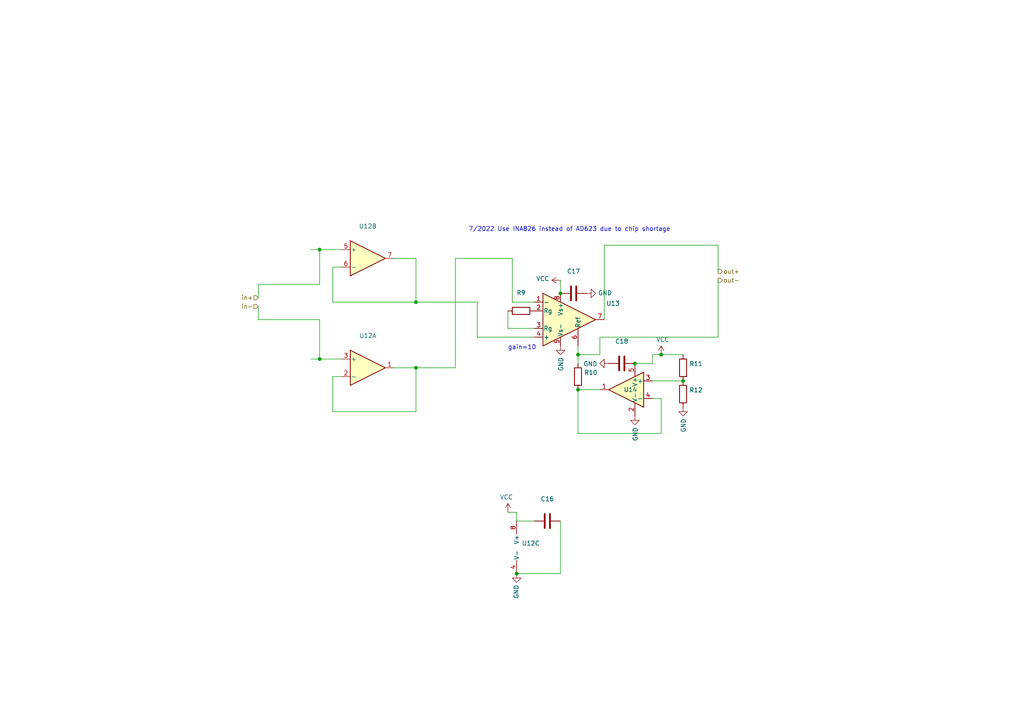
<source format=kicad_sch>
(kicad_sch (version 20211123) (generator eeschema)
  (paper "A4")
  (lib_symbols
    (symbol "0JLC-6:10" (pin_numbers hide) (pin_names (offset 0))
      (property "Reference" "R" (at 2.032 0 90))
      (property "Value" "10" (at 0 0 90))
      (symbol "10_0_1"
        (rectangle (start -1.016 -2.54) (end 1.016 2.54) (stroke (width 0.254)))
      )
      (symbol "10_1_1"
        (pin passive line (at 0 3.81 270) (length 1.27) (name "~") (number "1"))
        (pin passive line (at 0 -3.81 90) (length 1.27) (name "~") (number "2"))
      )
    )
    (symbol "0JLC-6:100" (pin_numbers hide) (pin_names (offset 0))
      (property "Reference" "R" (at 2.032 0 90))
      (property "Value" "100" (at 0 0 90))
      (symbol "100_0_1"
        (rectangle (start -1.016 -2.54) (end 1.016 2.54) (stroke (width 0.254)))
      )
      (symbol "100_1_1"
        (pin passive line (at 0 3.81 270) (length 1.27) (name "~") (number "1"))
        (pin passive line (at 0 -3.81 90) (length 1.27) (name "~") (number "2"))
      )
    )
    (symbol "0JLC-6:100nF" (pin_numbers hide) (pin_names (offset 0.254))
      (property "Reference" "C" (at 0.635 2.54 0))
      (property "Value" "100nF" (at 0.635 -2.54 0))
      (symbol "100nF_0_1"
        (polyline (pts (xy -2.032 -0.762) (xy 2.032 -0.762)) (stroke (width 0.508)))
        (polyline (pts (xy -2.032 0.762) (xy 2.032 0.762)) (stroke (width 0.508)))
      )
      (symbol "100nF_1_1"
        (pin passive line (at 0 3.81 270) (length 2.794) (name "~") (number "1"))
        (pin passive line (at 0 -3.81 90) (length 2.794) (name "~") (number "2"))
      )
    )
    (symbol "0JLC-6:10K" (pin_numbers hide) (pin_names (offset 0))
      (property "Reference" "R" (at 2.032 0 90))
      (property "Value" "10K" (at 0 0 90))
      (symbol "10K_0_1"
        (rectangle (start -1.016 -2.54) (end 1.016 2.54) (stroke (width 0.254)))
      )
      (symbol "10K_1_1"
        (pin passive line (at 0 3.81 270) (length 1.27) (name "~") (number "1"))
        (pin passive line (at 0 -3.81 90) (length 1.27) (name "~") (number "2"))
      )
    )
    (symbol "0lbl_amp:INA826" (pin_names (offset 0.127))
      (property "Reference" "U" (at 3.81 7.62 0))
      (property "Value" "INA826" (at 3.81 5.08 0))
      (symbol "INA826_0_1"
        (polyline (pts (xy -7.62 7.62) (xy -7.62 -7.62) (xy 7.62 0) (xy -7.62 7.62)) (stroke (width 0.254)) (fill (type background)))
      )
      (symbol "INA826_1_1"
        (pin input line (at -10.16 5.08 0) (length 2.54) (name "-") (number "1"))
        (pin passive line (at -10.16 2.54 0) (length 2.54) (name "Rg") (number "2"))
        (pin passive line (at -10.16 -2.54 0) (length 2.54) (name "Rg") (number "3"))
        (pin input line (at -10.16 -5.08 0) (length 2.54) (name "+") (number "4"))
        (pin power_in line (at -2.54 -7.62 90) (length 2.54) (name "Vs-") (number "5"))
        (pin passive line (at 2.54 -7.62 90) (length 5.08) (name "Ref") (number "6"))
        (pin output line (at 10.16 0 180) (length 2.54) (name "~") (number "7"))
        (pin power_in line (at -2.54 7.62 270) (length 2.54) (name "Vs+") (number "8"))
      )
    )
    (symbol "Amplifier_Operational:OPA2376xxDGK" (pin_names (offset 0.127))
      (property "Reference" "U" (at 0 5.08 0))
      (property "Value" "OPA2376xxDGK" (at 0 -5.08 0))
      (symbol "OPA2376xxDGK_1_1"
        (polyline (pts (xy -5.08 5.08) (xy 5.08 0) (xy -5.08 -5.08) (xy -5.08 5.08)) (stroke (width 0.254)) (fill (type background)))
        (pin output line (at 7.62 0 180) (length 2.54) (name "~") (number "1"))
        (pin input line (at -7.62 -2.54 0) (length 2.54) (name "-") (number "2"))
        (pin input line (at -7.62 2.54 0) (length 2.54) (name "+") (number "3"))
      )
      (symbol "OPA2376xxDGK_2_1"
        (polyline (pts (xy -5.08 5.08) (xy 5.08 0) (xy -5.08 -5.08) (xy -5.08 5.08)) (stroke (width 0.254)) (fill (type background)))
        (pin input line (at -7.62 2.54 0) (length 2.54) (name "+") (number "5"))
        (pin input line (at -7.62 -2.54 0) (length 2.54) (name "-") (number "6"))
        (pin output line (at 7.62 0 180) (length 2.54) (name "~") (number "7"))
      )
      (symbol "OPA2376xxDGK_3_1"
        (pin power_in line (at -2.54 -7.62 90) (length 3.81) (name "V-") (number "4"))
        (pin power_in line (at -2.54 7.62 270) (length 3.81) (name "V+") (number "8"))
      )
    )
    (symbol "Amplifier_Operational:OPA333xxDBV" (pin_names (offset 0.127))
      (property "Reference" "U" (at -1.27 6.35 0))
      (property "Value" "OPA333xxDBV" (at -1.27 3.81 0))
      (symbol "OPA333xxDBV_0_1"
        (polyline (pts (xy -5.08 5.08) (xy 5.08 0) (xy -5.08 -5.08) (xy -5.08 5.08)) (stroke (width 0.254)) (fill (type background)))
        (pin power_in line (at -2.54 -7.62 90) (length 3.81) (name "V-") (number "2"))
        (pin power_in line (at -2.54 7.62 270) (length 3.81) (name "V+") (number "5"))
      )
      (symbol "OPA333xxDBV_1_1"
        (pin output line (at 7.62 0 180) (length 2.54) (name "~") (number "1"))
        (pin input line (at -7.62 2.54 0) (length 2.54) (name "+") (number "3"))
        (pin input line (at -7.62 -2.54 0) (length 2.54) (name "-") (number "4"))
      )
    )
    (symbol "power:GND" (power) (pin_names (offset 0))
      (property "Value" "GND" (at 0 -3.81 0))
      (symbol "GND_0_1"
        (polyline (pts (xy 0 0) (xy 0 -1.27) (xy 1.27 -1.27) (xy 0 -2.54) (xy -1.27 -1.27) (xy 0 -1.27)))
      )
      (symbol "GND_1_1"
        (pin power_in line (at 0 0 270) (length 0) hide (name "GND") (number "1"))
      )
    )
    (symbol "power:VCC" (power) (pin_names (offset 0))
      (property "Value" "VCC" (at 0 3.81 0))
      (symbol "VCC_0_1"
        (polyline (pts (xy -0.762 1.27) (xy 0 2.54)))
        (polyline (pts (xy 0 0) (xy 0 2.54)))
        (polyline (pts (xy 0 2.54) (xy 0.762 1.27)))
      )
      (symbol "VCC_1_1"
        (pin power_in line (at 0 0 90) (length 0) hide (name "VCC") (number "1"))
      )
    )
  )
  (junction (at 198.12 110.49))
  (junction (at 167.64 102.87))
  (junction (at 191.77 102.87))
  (junction (at 162.56 85.09))
  (junction (at 167.64 113.03))
  (junction (at 149.86 166.37))
  (junction (at 184.15 105.41))
  (junction (at 92.71 104.14))
  (junction (at 92.71 72.39))
  (junction (at 120.65 106.68))
  (junction (at 120.65 87.63))
  (wire (pts (xy 74.93 82.55) (xy 92.71 82.55)))
  (wire (pts (xy 138.43 87.63) (xy 138.43 97.79)))
  (wire (pts (xy 189.23 110.49) (xy 198.12 110.49)))
  (wire (pts (xy 120.65 74.93) (xy 114.3 74.93)))
  (wire (pts (xy 92.71 92.71) (xy 92.71 104.14)))
  (wire (pts (xy 120.65 74.93) (xy 120.65 87.63)))
  (wire (pts (xy 173.99 97.79) (xy 208.28 97.79)))
  (wire (pts (xy 175.26 71.12) (xy 208.28 71.12)))
  (wire (pts (xy 184.15 105.41) (xy 189.23 105.41)))
  (wire (pts (xy 96.52 77.47) (xy 99.06 77.47)))
  (wire (pts (xy 92.71 92.71) (xy 74.93 92.71)))
  (wire (pts (xy 120.65 106.68) (xy 132.08 106.68)))
  (wire (pts (xy 96.52 109.22) (xy 99.06 109.22)))
  (wire (pts (xy 99.06 72.39) (xy 92.71 72.39)))
  (wire (pts (xy 120.65 119.38) (xy 96.52 119.38)))
  (wire (pts (xy 167.64 105.41) (xy 167.64 102.87)))
  (wire (pts (xy 162.56 151.13) (xy 162.56 166.37)))
  (wire (pts (xy 96.52 87.63) (xy 96.52 77.47)))
  (wire (pts (xy 191.77 115.57) (xy 189.23 115.57)))
  (wire (pts (xy 162.56 85.09) (xy 162.56 81.28)))
  (wire (pts (xy 148.59 74.93) (xy 148.59 87.63)))
  (wire (pts (xy 132.08 74.93) (xy 148.59 74.93)))
  (wire (pts (xy 162.56 166.37) (xy 149.86 166.37)))
  (wire (pts (xy 191.77 102.87) (xy 198.12 102.87)))
  (wire (pts (xy 120.65 87.63) (xy 138.43 87.63)))
  (wire (pts (xy 208.28 71.12) (xy 208.28 78.74)))
  (wire (pts (xy 154.94 151.13) (xy 149.86 151.13)))
  (wire (pts (xy 132.08 106.68) (xy 132.08 74.93)))
  (wire (pts (xy 148.59 87.63) (xy 154.94 87.63)))
  (wire (pts (xy 167.64 102.87) (xy 167.64 100.33)))
  (wire (pts (xy 175.26 92.71) (xy 175.26 71.12)))
  (wire (pts (xy 120.65 106.68) (xy 114.3 106.68)))
  (wire (pts (xy 189.23 105.41) (xy 189.23 102.87)))
  (wire (pts (xy 92.71 82.55) (xy 92.71 72.39)))
  (wire (pts (xy 167.64 125.73) (xy 191.77 125.73)))
  (wire (pts (xy 92.71 104.14) (xy 90.17 104.14)))
  (wire (pts (xy 173.99 102.87) (xy 167.64 102.87)))
  (wire (pts (xy 92.71 72.39) (xy 90.17 72.39)))
  (wire (pts (xy 154.94 97.79) (xy 138.43 97.79)))
  (wire (pts (xy 74.93 82.55) (xy 74.93 86.36)))
  (wire (pts (xy 147.32 90.17) (xy 147.32 95.25)))
  (wire (pts (xy 120.65 106.68) (xy 120.65 119.38)))
  (wire (pts (xy 74.93 88.9) (xy 74.93 92.71)))
  (wire (pts (xy 96.52 119.38) (xy 96.52 109.22)))
  (wire (pts (xy 167.64 113.03) (xy 167.64 125.73)))
  (wire (pts (xy 120.65 87.63) (xy 96.52 87.63)))
  (wire (pts (xy 173.99 97.79) (xy 173.99 102.87)))
  (wire (pts (xy 208.28 81.28) (xy 208.28 97.79)))
  (wire (pts (xy 191.77 125.73) (xy 191.77 115.57)))
  (wire (pts (xy 149.86 151.13) (xy 149.86 148.59)))
  (wire (pts (xy 147.32 95.25) (xy 154.94 95.25)))
  (wire (pts (xy 99.06 104.14) (xy 92.71 104.14)))
  (wire (pts (xy 189.23 102.87) (xy 191.77 102.87)))
  (wire (pts (xy 149.86 148.59) (xy 147.32 148.59)))
  (wire (pts (xy 167.64 113.03) (xy 173.99 113.03)))
  (text "7/2022 Use INA826 instead of AD623 due to chip shortage" (at 135.89 67.31 0) (effects (font (size 1.27 1.27)) (justify left bottom)))
  (text "gain=10" (at 147.32 101.6 0) (effects (font (size 1.27 1.27)) (justify left bottom)))
  (hierarchical_label "in-" (shape input) (at 74.93 88.9 180))
  (hierarchical_label "out+" (shape output) (at 208.28 78.74 0))
  (hierarchical_label "in+" (shape input) (at 74.93 86.36 180))
  (hierarchical_label "out-" (shape output) (at 208.28 81.28 0))
  (symbol (lib_id "0JLC-6:100nF") (at 158.75 151.13 90) (mirror x) (unit 1)
    (property "Reference" "C16" (at 158.75 144.7292 90))
    (property "LCSC" "C14663" (effects hide))
    (property "MPN" "CC0603KRX7R9BB104" (effects hide))
  )
  (symbol (lib_id "power:GND") (at 149.86 166.37 0) (mirror y) (unit 1)
    (property "Reference" "#PWR044" (effects hide))
    (property "Value" "GND" (at 149.733 169.6212 90) (effects (justify right)))
  )
  (symbol (lib_id "power:VCC") (at 147.32 148.59 0) (mirror y) (unit 1)
    (property "Reference" "#PWR043" (effects hide))
    (property "Value" "VCC" (at 146.8882 144.1958 0))
  )
  (symbol (lib_id "0JLC-6:10") (at 167.64 109.22 180) (unit 1)
    (property "Reference" "R10" (at 169.418 108.0516 0) (effects (justify right)))
    (property "LCSC" "C22859" (effects hide))
    (property "MPN" "0603WAF100JT5E" (effects hide))
  )
  (symbol (lib_id "power:GND") (at 184.15 120.65 0) (unit 1)
    (property "Reference" "#PWR049" (effects hide))
    (property "Value" "GND" (at 184.277 123.9012 90) (effects (justify right)))
  )
  (symbol (lib_id "power:GND") (at 162.56 100.33 0) (unit 1)
    (property "Reference" "#PWR046" (effects hide))
    (property "Value" "GND" (at 162.687 103.5812 90) (effects (justify right)))
  )
  (symbol (lib_id "0JLC-6:100nF") (at 180.34 105.41 270) (unit 1)
    (property "Reference" "C18" (at 180.34 99.0092 90))
    (property "LCSC" "C14663" (effects hide))
    (property "MPN" "CC0603KRX7R9BB104" (effects hide))
  )
  (symbol (lib_id "power:GND") (at 176.53 105.41 270) (unit 1)
    (property "Reference" "#PWR048" (effects hide))
    (property "Value" "GND" (at 173.2788 105.537 90) (effects (justify right)))
  )
  (symbol (lib_id "power:GND") (at 170.18 85.09 90) (unit 1)
    (property "Reference" "#PWR047" (effects hide))
    (property "Value" "GND" (at 173.4312 84.963 90) (effects (justify right)))
  )
  (symbol (lib_id "0JLC-6:100nF") (at 166.37 85.09 270) (unit 1)
    (property "Reference" "C17" (at 166.37 78.6892 90))
    (property "LCSC" "C14663" (effects hide))
    (property "MPN" "CC0603KRX7R9BB104" (effects hide))
  )
  (symbol (lib_id "power:VCC") (at 162.56 81.28 90) (unit 1)
    (property "Reference" "#PWR045" (effects hide))
    (property "Value" "VCC" (at 159.3342 80.8228 90) (effects (justify left)))
  )
  (symbol (lib_id "power:VCC") (at 191.77 102.87 0) (unit 1)
    (property "Reference" "#PWR050" (effects hide))
    (property "Value" "VCC" (at 192.2018 98.4758 0))
  )
  (symbol (lib_id "0JLC-6:10K") (at 198.12 106.68 0) (unit 1)
    (property "Reference" "R11" (at 199.898 105.5116 0) (effects (justify left)))
    (property "LCSC" "C25804" (effects hide))
    (property "MPN" "0603WAF1002T5E" (effects hide))
  )
  (symbol (lib_id "0JLC-6:10K") (at 198.12 114.3 0) (unit 1)
    (property "Reference" "R12" (at 199.898 113.1316 0) (effects (justify left)))
    (property "LCSC" "C25804" (effects hide))
    (property "MPN" "0603WAF1002T5E" (effects hide))
  )
  (symbol (lib_id "power:GND") (at 198.12 118.11 0) (unit 1)
    (property "Reference" "#PWR051" (effects hide))
    (property "Value" "GND" (at 198.247 121.3612 90) (effects (justify right)))
  )
  (symbol (lib_id "0JLC-6:100") (at 151.13 90.17 270) (unit 1)
    (property "Reference" "R9" (at 151.13 84.9122 90))
    (property "LCSC" "C23069" (effects hide))
    (property "MPN" "0603WAF5491T5E" (effects hide))
  )
  (symbol (lib_id "Amplifier_Operational:OPA2376xxDGK") (at 106.68 106.68 0) (unit 1)
    (property "Reference" "U12" (at 106.68 97.3582 0))
    (property "Datasheet" "http://www.ti.com/lit/ds/symlink/opa333.pdf" (effects hide))
    (property "LCSC" "C46316" (effects hide))
    (property "MPN" "OPA2376AIDR" (effects hide))
  )
  (symbol (lib_id "Amplifier_Operational:OPA2376xxDGK") (at 106.68 74.93 0) (unit 2)
    (property "Reference" "U12" (at 106.68 65.6082 0))
    (property "Datasheet" "http://www.ti.com/lit/ds/symlink/opa333.pdf" (effects hide))
    (property "LCSC" "C46316" (effects hide))
    (property "MPN" "OPA2376AIDR" (effects hide))
  )
  (symbol (lib_id "Amplifier_Operational:OPA2376xxDGK") (at 152.4 158.75 0) (unit 3)
    (property "Reference" "U12" (at 151.3332 157.5816 0) (effects (justify left)))
    (property "Datasheet" "http://www.ti.com/lit/ds/symlink/opa333.pdf" (effects hide))
    (property "LCSC" "C46316" (effects hide))
    (property "MPN" "OPA2376AIDR" (effects hide))
  )
  (symbol (lib_id "Amplifier_Operational:OPA333xxDBV") (at 181.61 113.03 0) (mirror y) (unit 1)
    (property "Reference" "U14" (at 182.88 113.03 0))
    (property "Datasheet" "http://www.ti.com/lit/ds/symlink/opa333.pdf" (effects hide))
    (property "LCSC" "C30878" (effects hide))
    (property "MPN" "OPA333AIDBVR" (effects hide))
  )
  (symbol (lib_id "0lbl_amp:INA826") (at 165.1 92.71 0) (unit 1)
    (property "Reference" "U13" (at 177.8 88.011 0))
    (property "Datasheet" "https://www.ti.com/lit/ds/symlink/ina826.pdf" (effects hide))
    (property "LCSC" "C38433" (effects hide))
    (property "MPN" "INA826AIDR" (effects hide))
  )
)
</source>
